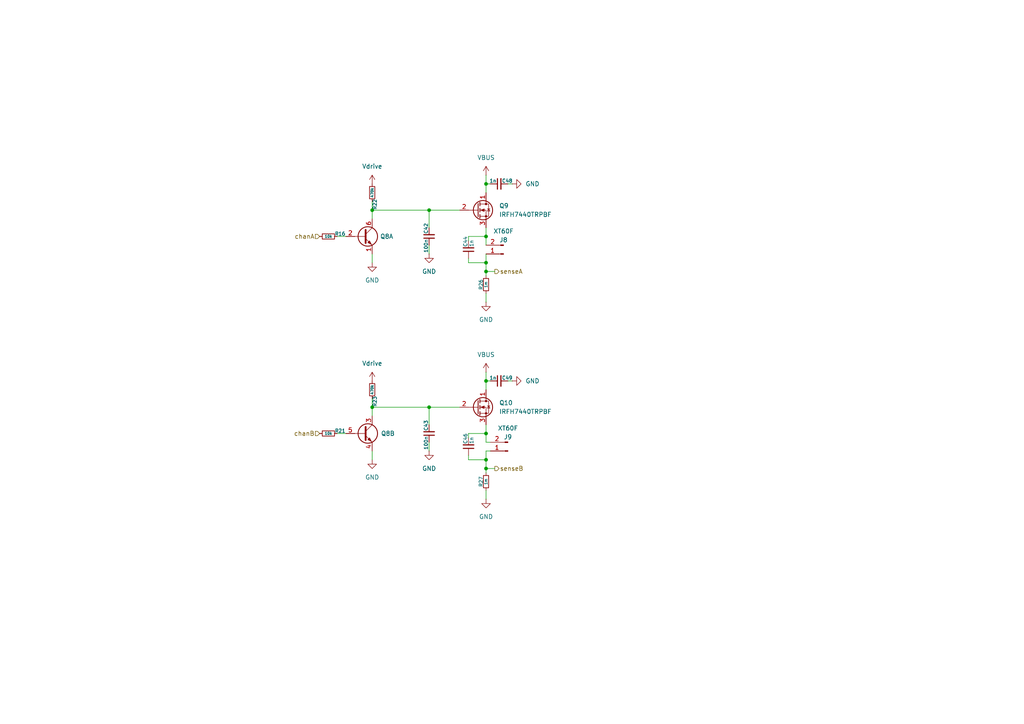
<source format=kicad_sch>
(kicad_sch (version 20250114) (generator "eeschema") (generator_version "9.0")
  (paper "A4")
  (lib_symbols
    (symbol "Bluesat:C_CompactH" (pin_numbers (hide yes)) (pin_names (offset 0.254) (hide yes))
      (property "Reference" "C" (at 0.762 0.889 0))
      (property "Value" "C_CompactH" (at -0.762 0.889 0))
      (symbol "C_CompactH_0_1"
        (polyline (pts (xy -0.508 -1.524) (xy -0.508 1.524)) (stroke (width 0.3048)))
        (polyline (pts (xy 0.508 -1.524) (xy 0.508 1.524)) (stroke (width 0.3302)))
      )
      (symbol "C_CompactH_1_1"
        (pin passive line (at -2.54 0 0) (length 2.032) (name "~") (number "1"))
        (pin passive line (at 2.54 0 180) (length 2.032) (name "~") (number "2"))
      )
    )
    (symbol "Bluesat:C_CompactV" (pin_numbers (hide yes)) (pin_names (offset 0.254) (hide yes))
      (property "Reference" "C" (at -0.889 0.762 90))
      (property "Value" "C_CompactV" (at 0.889 0.762 90))
      (symbol "C_CompactV_0_1"
        (polyline (pts (xy 1.524 0.508) (xy -1.524 0.508)) (stroke (width 0.3302)))
        (polyline (pts (xy 1.524 -0.508) (xy -1.524 -0.508)) (stroke (width 0.3048)))
      )
      (symbol "C_CompactV_1_1"
        (pin passive line (at 0 2.54 270) (length 2.032) (name "~") (number "2"))
        (pin passive line (at 0 -2.54 90) (length 2.032) (name "~") (number "1"))
      )
    )
    (symbol "Bluesat:R_CompactH" (pin_numbers (hide yes)) (pin_names (offset 0.254) (hide yes))
      (property "Reference" "R" (at 1.8415 0.1905 0))
      (property "Value" "R_CompactH" (at 0 0 0))
      (symbol "R_CompactH_0_1"
        (rectangle (start -1.778 -0.762) (end 1.778 0.762) (stroke (width 0.2032)))
      )
      (symbol "R_CompactH_1_1"
        (pin passive line (at -2.54 0 0) (length 0.762) (name "~") (number "1"))
        (pin passive line (at 2.54 0 180) (length 0.762) (name "~") (number "2"))
      )
    )
    (symbol "Bluesat:R_CompactV" (pin_numbers (hide yes)) (pin_names (offset 0.254) (hide yes))
      (property "Reference" "R" (at -0.889 0 90))
      (property "Value" "R_CompactV" (at 0 0 90))
      (symbol "R_CompactV_0_1"
        (rectangle (start -0.762 1.778) (end 0.762 -1.778) (stroke (width 0.2032)))
      )
      (symbol "R_CompactV_1_1"
        (pin passive line (at 0 2.54 270) (length 0.762) (name "~") (number "1"))
        (pin passive line (at 0 -2.54 90) (length 0.762) (name "~") (number "2"))
      )
    )
    (symbol "Connector:Conn_01x02_Pin" (pin_names (offset 1.016) (hide yes))
      (property "Reference" "J" (at 0 2.54 0))
      (property "Value" "Conn_01x02_Pin" (at 0 -5.08 0))
      (symbol "Conn_01x02_Pin_1_1"
        (rectangle (start 0.8636 0.127) (end 0 -0.127) (stroke (width 0.1524)) (fill (type outline)))
        (rectangle (start 0.8636 -2.413) (end 0 -2.667) (stroke (width 0.1524)) (fill (type outline)))
        (polyline (pts (xy 1.27 0) (xy 0.8636 0)) (stroke (width 0.1524)))
        (polyline (pts (xy 1.27 -2.54) (xy 0.8636 -2.54)) (stroke (width 0.1524)))
        (pin passive line (at 5.08 0 180) (length 3.81) (name "Pin_1") (number "1"))
        (pin passive line (at 5.08 -2.54 180) (length 3.81) (name "Pin_2") (number "2"))
      )
    )
    (symbol "Transistor_BJT:Q_Dual_NPN_NPN_E1B1C2E2B2C1" (pin_names (offset 0) (hide yes))
      (property "Reference" "Q" (at 5.08 1.27 0))
      (property "Value" "Q_Dual_NPN_NPN_E1B1C2E2B2C1" (at 5.08 -1.27 0))
      (symbol "Q_Dual_NPN_NPN_E1B1C2E2B2C1_0_1"
        (polyline (pts (xy 0.635 1.905) (xy 0.635 -1.905)) (stroke (width 0.508)))
        (polyline (pts (xy 0.635 0.635) (xy 2.54 2.54)))
        (polyline (pts (xy 0.635 0) (xy -2.54 0)))
        (polyline (pts (xy 0.635 -0.635) (xy 2.54 -2.54)))
        (circle (center 1.27 0) (radius 2.8194) (stroke (width 0.254)))
        (polyline (pts (xy 1.27 -1.778) (xy 1.778 -1.27) (xy 2.286 -2.286) (xy 1.27 -1.778)) (fill (type outline)))
      )
      (symbol "Q_Dual_NPN_NPN_E1B1C2E2B2C1_1_1"
        (pin input line (at -5.08 0 0) (length 2.54) (name "B1") (number "2"))
        (pin passive line (at 2.54 5.08 270) (length 2.54) (name "C1") (number "6"))
        (pin passive line (at 2.54 -5.08 90) (length 2.54) (name "E1") (number "1"))
      )
      (symbol "Q_Dual_NPN_NPN_E1B1C2E2B2C1_2_1"
        (pin input line (at -5.08 0 0) (length 2.54) (name "B2") (number "5"))
        (pin passive line (at 2.54 5.08 270) (length 2.54) (name "C2") (number "3"))
        (pin passive line (at 2.54 -5.08 90) (length 2.54) (name "E2") (number "4"))
      )
    )
    (symbol "Transistor_FET:Q_NMOS_DGS" (pin_names (offset 0) (hide yes))
      (property "Reference" "Q" (at 5.08 1.905 0))
      (property "Value" "Q_NMOS_DGS" (at 5.08 0 0))
      (symbol "Q_NMOS_DGS_0_1"
        (polyline (pts (xy 0.254 1.905) (xy 0.254 -1.905)) (stroke (width 0.254)))
        (polyline (pts (xy 0.254 0) (xy -2.54 0)))
        (polyline (pts (xy 0.762 2.286) (xy 0.762 1.27)) (stroke (width 0.254)))
        (polyline (pts (xy 0.762 0.508) (xy 0.762 -0.508)) (stroke (width 0.254)))
        (polyline (pts (xy 0.762 -1.27) (xy 0.762 -2.286)) (stroke (width 0.254)))
        (polyline (pts (xy 0.762 -1.778) (xy 3.302 -1.778) (xy 3.302 1.778) (xy 0.762 1.778)))
        (polyline (pts (xy 1.016 0) (xy 2.032 0.381) (xy 2.032 -0.381) (xy 1.016 0)) (fill (type outline)))
        (circle (center 1.651 0) (radius 2.794) (stroke (width 0.254)))
        (polyline (pts (xy 2.54 2.54) (xy 2.54 1.778)))
        (circle (center 2.54 1.778) (radius 0.254) (fill (type outline)))
        (circle (center 2.54 -1.778) (radius 0.254) (fill (type outline)))
        (polyline (pts (xy 2.54 -2.54) (xy 2.54 0) (xy 0.762 0)))
        (polyline (pts (xy 2.921 0.381) (xy 3.683 0.381)))
        (polyline (pts (xy 3.302 0.381) (xy 2.921 -0.254) (xy 3.683 -0.254) (xy 3.302 0.381)))
      )
      (symbol "Q_NMOS_DGS_1_1"
        (pin input line (at -5.08 0 0) (length 2.54) (name "G") (number "2"))
        (pin passive line (at 2.54 5.08 270) (length 2.54) (name "D") (number "1"))
        (pin passive line (at 2.54 -5.08 90) (length 2.54) (name "S") (number "3"))
      )
    )
    (symbol "power:GND" (power) (pin_numbers (hide yes)) (pin_names (offset 0) (hide yes))
      (property "Value" "GND" (at 0 -3.81 0))
      (symbol "GND_0_1"
        (polyline (pts (xy 0 0) (xy 0 -1.27) (xy 1.27 -1.27) (xy 0 -2.54) (xy -1.27 -1.27) (xy 0 -1.27)))
      )
      (symbol "GND_1_1"
        (pin power_in line (at 0 0 270) (length 0) (name "~") (number "1"))
      )
    )
    (symbol "power:VBUS" (power) (pin_numbers (hide yes)) (pin_names (offset 0) (hide yes))
      (property "Value" "VBUS" (at 0 3.556 0))
      (symbol "VBUS_0_1"
        (polyline (pts (xy -0.762 1.27) (xy 0 2.54)))
        (polyline (pts (xy 0 2.54) (xy 0.762 1.27)))
        (polyline (pts (xy 0 0) (xy 0 2.54)))
      )
      (symbol "VBUS_1_1"
        (pin power_in line (at 0 0 90) (length 0) (name "~") (number "1"))
      )
    )
    (symbol "power:Vdrive" (power) (pin_numbers (hide yes)) (pin_names (offset 0) (hide yes))
      (property "Value" "Vdrive" (at 0 3.556 0))
      (symbol "Vdrive_0_1"
        (polyline (pts (xy -0.762 1.27) (xy 0 2.54)))
        (polyline (pts (xy 0 2.54) (xy 0.762 1.27)))
        (polyline (pts (xy 0 0) (xy 0 2.54)))
      )
      (symbol "Vdrive_1_1"
        (pin power_in line (at 0 0 90) (length 0) (name "~") (number "1"))
      )
    )
  )
  (junction (at 140.97 135.89))
  (junction (at 140.97 53.34))
  (junction (at 140.97 125.73))
  (junction (at 107.95 60.96))
  (junction (at 140.97 76.2))
  (junction (at 140.97 110.49))
  (junction (at 124.46 118.11))
  (junction (at 140.97 68.58))
  (junction (at 140.97 133.35))
  (junction (at 124.46 60.96))
  (junction (at 107.95 118.11))
  (junction (at 140.97 78.74))
  (wire (pts (xy 107.95 118.11) (xy 107.95 120.65)))
  (wire (pts (xy 107.95 60.96) (xy 124.46 60.96)))
  (wire (pts (xy 124.46 118.11) (xy 133.35 118.11)))
  (wire (pts (xy 107.95 118.11) (xy 124.46 118.11)))
  (wire (pts (xy 135.89 125.73) (xy 135.89 127)))
  (wire (pts (xy 140.97 76.2) (xy 140.97 78.74)))
  (wire (pts (xy 147.32 110.49) (xy 148.59 110.49)))
  (wire (pts (xy 107.95 60.96) (xy 107.95 63.5)))
  (wire (pts (xy 135.89 125.73) (xy 140.97 125.73)))
  (wire (pts (xy 107.95 73.66) (xy 107.95 76.2)))
  (wire (pts (xy 147.32 53.34) (xy 148.59 53.34)))
  (wire (pts (xy 140.97 73.66) (xy 140.97 76.2)))
  (wire (pts (xy 140.97 142.24) (xy 140.97 144.78)))
  (wire (pts (xy 135.89 68.58) (xy 140.97 68.58)))
  (wire (pts (xy 140.97 135.89) (xy 143.51 135.89)))
  (wire (pts (xy 97.79 125.73) (xy 100.33 125.73)))
  (wire (pts (xy 140.97 50.8) (xy 140.97 53.34)))
  (wire (pts (xy 140.97 107.95) (xy 140.97 110.49)))
  (wire (pts (xy 135.89 133.35) (xy 140.97 133.35)))
  (wire (pts (xy 124.46 60.96) (xy 133.35 60.96)))
  (wire (pts (xy 107.95 130.81) (xy 107.95 133.35)))
  (wire (pts (xy 140.97 123.19) (xy 140.97 125.73)))
  (wire (pts (xy 140.97 85.09) (xy 140.97 87.63)))
  (wire (pts (xy 135.89 68.58) (xy 135.89 69.85)))
  (wire (pts (xy 140.97 128.27) (xy 142.24 128.27)))
  (wire (pts (xy 135.89 74.93) (xy 135.89 76.2)))
  (wire (pts (xy 140.97 68.58) (xy 140.97 71.12)))
  (wire (pts (xy 135.89 76.2) (xy 140.97 76.2)))
  (wire (pts (xy 142.24 110.49) (xy 140.97 110.49)))
  (wire (pts (xy 124.46 128.27) (xy 124.46 130.81)))
  (wire (pts (xy 107.95 115.57) (xy 107.95 118.11)))
  (wire (pts (xy 124.46 60.96) (xy 124.46 66.04)))
  (wire (pts (xy 140.97 133.35) (xy 140.97 135.89)))
  (wire (pts (xy 140.97 78.74) (xy 140.97 80.01)))
  (wire (pts (xy 140.97 53.34) (xy 140.97 55.88)))
  (wire (pts (xy 140.97 78.74) (xy 143.51 78.74)))
  (wire (pts (xy 140.97 130.81) (xy 142.24 130.81)))
  (wire (pts (xy 124.46 71.12) (xy 124.46 73.66)))
  (wire (pts (xy 140.97 66.04) (xy 140.97 68.58)))
  (wire (pts (xy 142.24 53.34) (xy 140.97 53.34)))
  (wire (pts (xy 107.95 58.42) (xy 107.95 60.96)))
  (wire (pts (xy 124.46 118.11) (xy 124.46 123.19)))
  (wire (pts (xy 140.97 125.73) (xy 140.97 128.27)))
  (wire (pts (xy 97.79 68.58) (xy 100.33 68.58)))
  (wire (pts (xy 140.97 130.81) (xy 140.97 133.35)))
  (wire (pts (xy 135.89 132.08) (xy 135.89 133.35)))
  (wire (pts (xy 140.97 110.49) (xy 140.97 113.03)))
  (wire (pts (xy 140.97 135.89) (xy 140.97 137.16)))
  (hierarchical_label "chanA" (shape input) (at 92.71 68.58 180))
  (hierarchical_label "senseA" (shape output) (at 143.51 78.74 0))
  (hierarchical_label "chanB" (shape input) (at 92.71 125.73 180))
  (hierarchical_label "senseB" (shape output) (at 143.51 135.89 0))
  (symbol (lib_id "power:VBUS") (at 140.97 107.95 0) (unit 1)
    (property "Reference" "#PWR034" (effects (hide yes)))
    (property "Value" "VBUS" (at 140.97 102.87 0))
    (property "Description" "Power symbol creates a global label with name \"VBUS\"" (effects (hide yes)))
    (instances (project "main_power_hub" (path "" (reference "#PWR090") (unit 1)) (path "" (reference "#PWR034") (unit 1))))
  )
  (symbol (lib_id "Bluesat:C_CompactH") (at 144.78 53.34 0) (unit 1)
    (property "Reference" "C22" (at 145.542 52.451 0) (effects (font (size 1.016 1.016)) (justify left)))
    (property "Value" "1n" (at 144.018 52.451 0) (effects (font (size 1.016 1.016)) (justify right)))
    (property "Footprint" "Capacitor_SMD:C_0402_1005Metric" (effects (hide yes)))
    (property "Description" "Unpolarized capacitor, compact symbol" (effects (hide yes)))
    (instances (project "main_power_hub" (path "" (reference "C48") (unit 1)) (path "" (reference "C22") (unit 1))))
  )
  (symbol (lib_id "Bluesat:R_CompactH") (at 95.25 125.73 0) (unit 1)
    (property "Reference" "R6" (at 97.0915 125.5395 0) (effects (font (size 1.016 1.016)) (justify left bottom)))
    (property "Value" "10k" (at 95.25 125.73 0) (effects (font (size 0.762 0.762))))
    (property "Footprint" "Resistor_SMD:R_0402_1005Metric" (effects (hide yes)))
    (property "Description" "Resistor, compact symbol" (effects (hide yes)))
    (instances (project "main_power_hub" (path "" (reference "R21") (unit 1)) (path "" (reference "R6") (unit 1))))
  )
  (symbol (lib_id "Connector:Conn_01x02_Pin") (at 147.32 130.81 180) (unit 1)
    (property "Reference" "J4" (at 147.32 126.746 0))
    (property "Value" "XT60F" (at 147.32 124.206 0))
    (property "Footprint" "Connector_AMASS:AMASS_XT60PW-F_1x02_P7.20mm_Horizontal" (effects (hide yes)))
    (property "Description" "Generic connector, single row, 01x02, script generated" (effects (hide yes)))
    (instances (project "main_power_hub" (path "" (reference "J9") (unit 1)) (path "" (reference "J4") (unit 1))))
  )
  (symbol (lib_id "power:GND") (at 148.59 53.34 90) (unit 1)
    (property "Reference" "#PWR048" (effects (hide yes)))
    (property "Value" "GND" (at 152.4 53.3399 90) (effects (justify right)))
    (property "Description" "Power symbol creates a global label with name \"GND\" , ground" (effects (hide yes)))
    (instances (project "main_power_hub" (path "" (reference "#PWR092") (unit 1)) (path "" (reference "#PWR048") (unit 1))))
  )
  (symbol (lib_id "Transistor_FET:Q_NMOS_DGS") (at 138.43 60.96 0) (unit 1)
    (property "Reference" "Q3" (at 144.78 59.6899 0) (effects (justify left)))
    (property "Value" "IRFH7440TRPBF" (at 144.78 62.2299 0) (effects (justify left)))
    (property "Footprint" "Bluesat:PQFN_5x6mm_E_SGD" (effects (hide yes)))
    (property "Description" "N-MOSFET transistor, drain/gate/source" (effects (hide yes)))
    (instances (project "main_power_hub" (path "" (reference "Q9") (unit 1)) (path "" (reference "Q3") (unit 1))))
  )
  (symbol (lib_id "Bluesat:R_CompactH") (at 107.95 113.03 270) (unit 1)
    (property "Reference" "R9" (at 108.1405 114.8715 0) (effects (font (size 1.016 1.016)) (justify left bottom)))
    (property "Value" "470k" (at 107.95 113.03 0) (effects (font (size 0.762 0.762))))
    (property "Footprint" "Resistor_SMD:R_0402_1005Metric" (effects (hide yes)))
    (property "Description" "Resistor, compact symbol" (effects (hide yes)))
    (instances (project "main_power_hub" (path "" (reference "R23") (unit 1)) (path "" (reference "R9") (unit 1))))
  )
  (symbol (lib_id "power:GND") (at 140.97 87.63 0) (unit 1)
    (property "Reference" "#PWR025" (effects (hide yes)))
    (property "Value" "GND" (at 140.97 92.71 0))
    (property "Description" "Power symbol creates a global label with name \"GND\" , ground" (effects (hide yes)))
    (instances (project "main_power_hub" (path "" (reference "#PWR089") (unit 1)) (path "" (reference "#PWR025") (unit 1))))
  )
  (symbol (lib_id "power:VBUS") (at 140.97 50.8 0) (unit 1)
    (property "Reference" "#PWR024" (effects (hide yes)))
    (property "Value" "VBUS" (at 140.97 45.72 0))
    (property "Description" "Power symbol creates a global label with name \"VBUS\"" (effects (hide yes)))
    (instances (project "main_power_hub" (path "" (reference "#PWR088") (unit 1)) (path "" (reference "#PWR024") (unit 1))))
  )
  (symbol (lib_id "Bluesat:R_CompactV") (at 140.97 82.55 0) (unit 1)
    (property "Reference" "R10" (at 140.081 82.55 90) (effects (font (size 1.016 1.016)) (justify bottom)))
    (property "Value" "1m" (at 140.97 82.55 90) (effects (font (size 0.762 0.762))))
    (property "Footprint" "Resistor_SMD:R_2512_6332Metric" (effects (hide yes)))
    (property "Description" "Resistor, compact symbol" (effects (hide yes)))
    (instances (project "main_power_hub" (path "" (reference "R26") (unit 1)) (path "" (reference "R10") (unit 1))))
  )
  (symbol (lib_id "Bluesat:C_CompactH") (at 124.46 125.73 90) (unit 1)
    (property "Reference" "C9" (at 123.571 124.968 0) (effects (font (size 1.016 1.016)) (justify left)))
    (property "Value" "100n" (at 123.571 126.492 0) (effects (font (size 1.016 1.016)) (justify right)))
    (property "Footprint" "Capacitor_SMD:C_0603_1608Metric" (effects (hide yes)))
    (property "Description" "Unpolarized capacitor, compact symbol" (effects (hide yes)))
    (instances (project "main_power_hub" (path "" (reference "C43") (unit 1)) (path "" (reference "C9") (unit 1))))
  )
  (symbol (lib_id "Connector:Conn_01x02_Pin") (at 146.05 73.66 180) (unit 1)
    (property "Reference" "J2" (at 146.05 69.596 0))
    (property "Value" "XT60F" (at 146.05 67.056 0))
    (property "Footprint" "Connector_AMASS:AMASS_XT60PW-F_1x02_P7.20mm_Horizontal" (effects (hide yes)))
    (property "Description" "Generic connector, single row, 01x02, script generated" (effects (hide yes)))
    (instances (project "main_power_hub" (path "" (reference "J8") (unit 1)) (path "" (reference "J2") (unit 1))))
  )
  (symbol (lib_id "power:GND") (at 148.59 110.49 90) (unit 1)
    (property "Reference" "#PWR060" (effects (hide yes)))
    (property "Value" "GND" (at 152.4 110.4899 90) (effects (justify right)))
    (property "Description" "Power symbol creates a global label with name \"GND\" , ground" (effects (hide yes)))
    (instances (project "main_power_hub" (path "" (reference "#PWR093") (unit 1)) (path "" (reference "#PWR060") (unit 1))))
  )
  (symbol (lib_id "Bluesat:C_CompactV") (at 135.89 129.54 0) (unit 1)
    (property "Reference" "C19" (at 135.001 128.778 90) (effects (font (size 1.016 1.016)) (justify left)))
    (property "Value" "1n" (at 136.779 128.778 90) (effects (font (size 1.016 1.016)) (justify left)))
    (property "Footprint" "Capacitor_SMD:C_0402_1005Metric" (effects (hide yes)))
    (property "Description" "Unpolarized capacitor, compact symbol" (effects (hide yes)))
    (instances (project "main_power_hub" (path "" (reference "C46") (unit 1)) (path "" (reference "C19") (unit 1))))
  )
  (symbol (lib_id "Bluesat:R_CompactV") (at 140.97 139.7 0) (unit 1)
    (property "Reference" "R11" (at 140.081 139.7 90) (effects (font (size 1.016 1.016)) (justify bottom)))
    (property "Value" "1m" (at 140.97 139.7 90) (effects (font (size 0.762 0.762))))
    (property "Footprint" "Resistor_SMD:R_2512_6332Metric" (effects (hide yes)))
    (property "Description" "Resistor, compact symbol" (effects (hide yes)))
    (instances (project "main_power_hub" (path "" (reference "R27") (unit 1)) (path "" (reference "R11") (unit 1))))
  )
  (symbol (lib_id "power:GND") (at 107.95 133.35 0) (unit 1)
    (property "Reference" "#PWR018" (effects (hide yes)))
    (property "Value" "GND" (at 107.95 138.43 0))
    (property "Description" "Power symbol creates a global label with name \"GND\" , ground" (effects (hide yes)))
    (instances (project "main_power_hub" (path "" (reference "#PWR085") (unit 1)) (path "" (reference "#PWR018") (unit 1))))
  )
  (symbol (lib_id "power:GND") (at 140.97 144.78 0) (unit 1)
    (property "Reference" "#PWR035" (effects (hide yes)))
    (property "Value" "GND" (at 140.97 149.86 0))
    (property "Description" "Power symbol creates a global label with name \"GND\" , ground" (effects (hide yes)))
    (instances (project "main_power_hub" (path "" (reference "#PWR091") (unit 1)) (path "" (reference "#PWR035") (unit 1))))
  )
  (symbol (lib_id "Transistor_BJT:Q_Dual_NPN_NPN_E1B1C2E2B2C1") (at 105.41 125.73 0) (unit 2)
    (property "Reference" "Q2" (at 110.49 125.73 0) (effects (justify left)))
    (property "Value" "Q_Dual_NPN_NPN_E1B1C2E2B2C1" (effects (hide yes)))
    (property "Footprint" "Bluesat:SOT-363" (effects (hide yes)))
    (property "Description" "Dual NPN transistor, 6 pin package" (effects (hide yes)))
    (instances (project "main_power_hub" (path "" (reference "Q8") (unit 2)) (path "" (reference "Q2") (unit 2))))
  )
  (symbol (lib_id "Transistor_BJT:Q_Dual_NPN_NPN_E1B1C2E2B2C1") (at 105.41 68.58 0) (unit 1)
    (property "Reference" "Q2" (at 110.236 68.58 0) (effects (justify left)))
    (property "Value" "Q_Dual_NPN_NPN_E1B1C2E2B2C1" (effects (hide yes)))
    (property "Footprint" "Bluesat:SOT-363" (effects (hide yes)))
    (property "Description" "Dual NPN transistor, 6 pin package" (effects (hide yes)))
    (instances (project "main_power_hub" (path "" (reference "Q8") (unit 1)) (path "" (reference "Q2") (unit 1))))
  )
  (symbol (lib_id "Bluesat:C_CompactH") (at 144.78 110.49 0) (unit 1)
    (property "Reference" "C31" (at 145.542 109.601 0) (effects (font (size 1.016 1.016)) (justify left)))
    (property "Value" "1n" (at 144.018 109.601 0) (effects (font (size 1.016 1.016)) (justify right)))
    (property "Footprint" "Capacitor_SMD:C_0402_1005Metric" (effects (hide yes)))
    (property "Description" "Unpolarized capacitor, compact symbol" (effects (hide yes)))
    (instances (project "main_power_hub" (path "" (reference "C49") (unit 1)) (path "" (reference "C31") (unit 1))))
  )
  (symbol (lib_id "Bluesat:C_CompactH") (at 124.46 68.58 90) (unit 1)
    (property "Reference" "C8" (at 123.571 67.818 0) (effects (font (size 1.016 1.016)) (justify left)))
    (property "Value" "100n" (at 123.571 69.342 0) (effects (font (size 1.016 1.016)) (justify right)))
    (property "Footprint" "Capacitor_SMD:C_0603_1608Metric" (effects (hide yes)))
    (property "Description" "Unpolarized capacitor, compact symbol" (effects (hide yes)))
    (instances (project "main_power_hub" (path "" (reference "C42") (unit 1)) (path "" (reference "C8") (unit 1))))
  )
  (symbol (lib_id "power:GND") (at 124.46 130.81 0) (unit 1)
    (property "Reference" "#PWR020" (effects (hide yes)))
    (property "Value" "GND" (at 124.46 135.89 0))
    (property "Description" "Power symbol creates a global label with name \"GND\" , ground" (effects (hide yes)))
    (instances (project "main_power_hub" (path "" (reference "#PWR087") (unit 1)) (path "" (reference "#PWR020") (unit 1))))
  )
  (symbol (lib_id "power:GND") (at 124.46 73.66 0) (unit 1)
    (property "Reference" "#PWR019" (effects (hide yes)))
    (property "Value" "GND" (at 124.46 78.74 0))
    (property "Description" "Power symbol creates a global label with name \"GND\" , ground" (effects (hide yes)))
    (instances (project "main_power_hub" (path "" (reference "#PWR086") (unit 1)) (path "" (reference "#PWR019") (unit 1))))
  )
  (symbol (lib_id "power:Vdrive") (at 107.95 110.49 0) (unit 1)
    (property "Reference" "#PWR017" (effects (hide yes)))
    (property "Value" "Vdrive" (at 107.95 105.41 0))
    (property "Description" "Power symbol creates a global label with name \"Vdrive\"" (effects (hide yes)))
    (instances (project "main_power_hub" (path "" (reference "#PWR084") (unit 1)) (path "" (reference "#PWR017") (unit 1))))
  )
  (symbol (lib_id "Bluesat:R_CompactH") (at 95.25 68.58 0) (unit 1)
    (property "Reference" "R5" (at 97.0915 68.3895 0) (effects (font (size 1.016 1.016)) (justify left bottom)))
    (property "Value" "10k" (at 95.25 68.58 0) (effects (font (size 0.762 0.762))))
    (property "Footprint" "Resistor_SMD:R_0402_1005Metric" (effects (hide yes)))
    (property "Description" "Resistor, compact symbol" (effects (hide yes)))
    (instances (project "main_power_hub" (path "" (reference "R16") (unit 1)) (path "" (reference "R5") (unit 1))))
  )
  (symbol (lib_id "Bluesat:R_CompactH") (at 107.95 55.88 270) (unit 1)
    (property "Reference" "R7" (at 108.1405 57.7215 0) (effects (font (size 1.016 1.016)) (justify left bottom)))
    (property "Value" "470k" (at 107.95 55.88 0) (effects (font (size 0.762 0.762))))
    (property "Footprint" "Resistor_SMD:R_0402_1005Metric" (effects (hide yes)))
    (property "Description" "Resistor, compact symbol" (effects (hide yes)))
    (instances (project "main_power_hub" (path "" (reference "R22") (unit 1)) (path "" (reference "R7") (unit 1))))
  )
  (symbol (lib_id "Bluesat:C_CompactV") (at 135.89 72.39 0) (unit 1)
    (property "Reference" "C10" (at 135.001 71.628 90) (effects (font (size 1.016 1.016)) (justify left)))
    (property "Value" "1n" (at 136.779 71.628 90) (effects (font (size 1.016 1.016)) (justify left)))
    (property "Footprint" "Capacitor_SMD:C_0402_1005Metric" (effects (hide yes)))
    (property "Description" "Unpolarized capacitor, compact symbol" (effects (hide yes)))
    (instances (project "main_power_hub" (path "" (reference "C44") (unit 1)) (path "" (reference "C10") (unit 1))))
  )
  (symbol (lib_id "power:Vdrive") (at 107.95 53.34 0) (unit 1)
    (property "Reference" "#PWR05" (effects (hide yes)))
    (property "Value" "Vdrive" (at 107.95 48.26 0))
    (property "Description" "Power symbol creates a global label with name \"Vdrive\"" (effects (hide yes)))
    (instances (project "main_power_hub" (path "" (reference "#PWR082") (unit 1)) (path "" (reference "#PWR05") (unit 1))))
  )
  (symbol (lib_id "Transistor_FET:Q_NMOS_DGS") (at 138.43 118.11 0) (unit 1)
    (property "Reference" "Q4" (at 144.78 116.8399 0) (effects (justify left)))
    (property "Value" "IRFH7440TRPBF" (at 144.78 119.3799 0) (effects (justify left)))
    (property "Footprint" "Bluesat:PQFN_5x6mm_E_SGD" (effects (hide yes)))
    (property "Description" "N-MOSFET transistor, drain/gate/source" (effects (hide yes)))
    (instances (project "main_power_hub" (path "" (reference "Q10") (unit 1)) (path "" (reference "Q4") (unit 1))))
  )
  (symbol (lib_id "power:GND") (at 107.95 76.2 0) (unit 1)
    (property "Reference" "#PWR06" (effects (hide yes)))
    (property "Value" "GND" (at 107.95 81.28 0))
    (property "Description" "Power symbol creates a global label with name \"GND\" , ground" (effects (hide yes)))
    (instances (project "main_power_hub" (path "" (reference "#PWR083") (unit 1)) (path "" (reference "#PWR06") (unit 1))))
  )
)
</source>
